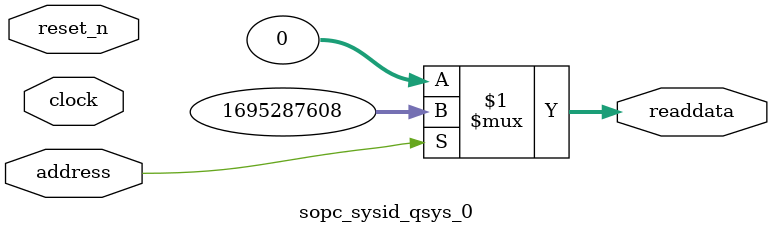
<source format=v>



// synthesis translate_off
`timescale 1ns / 1ps
// synthesis translate_on

// turn off superfluous verilog processor warnings 
// altera message_level Level1 
// altera message_off 10034 10035 10036 10037 10230 10240 10030 

module sopc_sysid_qsys_0 (
               // inputs:
                address,
                clock,
                reset_n,

               // outputs:
                readdata
             )
;

  output  [ 31: 0] readdata;
  input            address;
  input            clock;
  input            reset_n;

  wire    [ 31: 0] readdata;
  //control_slave, which is an e_avalon_slave
  assign readdata = address ? 1695287608 : 0;

endmodule



</source>
